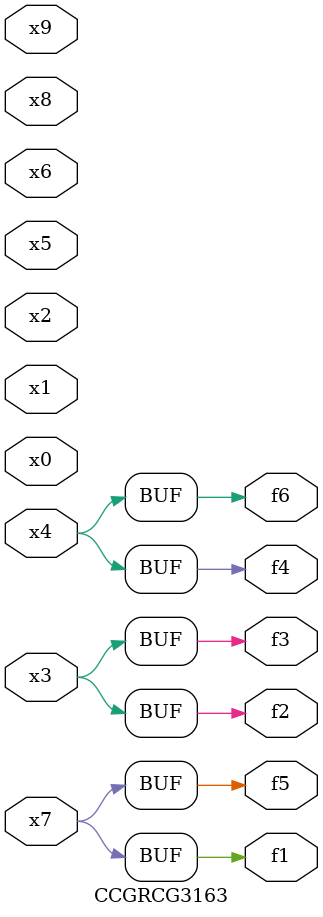
<source format=v>
module CCGRCG3163(
	input x0, x1, x2, x3, x4, x5, x6, x7, x8, x9,
	output f1, f2, f3, f4, f5, f6
);
	assign f1 = x7;
	assign f2 = x3;
	assign f3 = x3;
	assign f4 = x4;
	assign f5 = x7;
	assign f6 = x4;
endmodule

</source>
